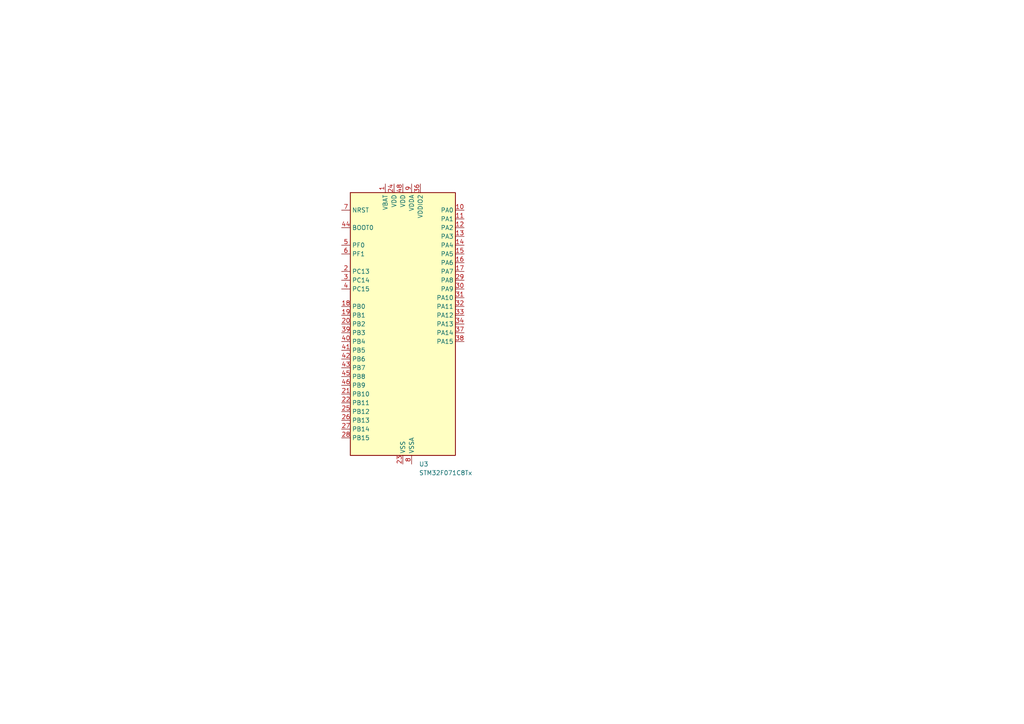
<source format=kicad_sch>
(kicad_sch (version 20250114) (generator "eeschema") (generator_version "9.0")
  (paper "A4")
  (lib_symbols
    (symbol "MCU_ST_STM32F0:STM32F071C8Tx"
      (property "Reference" "U" (at -15.24 39.37 0))
      (property "Value" "STM32F071C8Tx" (at 7.62 39.37 0))
      (symbol "STM32F071C8Tx_0_1"
        (rectangle (start -15.24 -38.1) (end 15.24 38.1) (stroke (width 0.254)) (fill (type background)))
      )
      (symbol "STM32F071C8Tx_1_1"
        (pin input line (at -17.78 33.02 0) (length 2.54) (name "NRST") (number "7"))
        (pin input line (at -17.78 27.94 0) (length 2.54) (name "BOOT0") (number "44"))
        (pin bidirectional line (at -17.78 22.86 0) (length 2.54) (name "PF0") (number "5"))
        (pin bidirectional line (at -17.78 20.32 0) (length 2.54) (name "PF1") (number "6"))
        (pin bidirectional line (at -17.78 15.24 0) (length 2.54) (name "PC13") (number "2"))
        (pin bidirectional line (at -17.78 12.7 0) (length 2.54) (name "PC14") (number "3"))
        (pin bidirectional line (at -17.78 10.16 0) (length 2.54) (name "PC15") (number "4"))
        (pin bidirectional line (at -17.78 5.08 0) (length 2.54) (name "PB0") (number "18"))
        (pin bidirectional line (at -17.78 2.54 0) (length 2.54) (name "PB1") (number "19"))
        (pin bidirectional line (at -17.78 0 0) (length 2.54) (name "PB2") (number "20"))
        (pin bidirectional line (at -17.78 -2.54 0) (length 2.54) (name "PB3") (number "39"))
        (pin bidirectional line (at -17.78 -5.08 0) (length 2.54) (name "PB4") (number "40"))
        (pin bidirectional line (at -17.78 -7.62 0) (length 2.54) (name "PB5") (number "41"))
        (pin bidirectional line (at -17.78 -10.16 0) (length 2.54) (name "PB6") (number "42"))
        (pin bidirectional line (at -17.78 -12.7 0) (length 2.54) (name "PB7") (number "43"))
        (pin bidirectional line (at -17.78 -15.24 0) (length 2.54) (name "PB8") (number "45"))
        (pin bidirectional line (at -17.78 -17.78 0) (length 2.54) (name "PB9") (number "46"))
        (pin bidirectional line (at -17.78 -20.32 0) (length 2.54) (name "PB10") (number "21"))
        (pin bidirectional line (at -17.78 -22.86 0) (length 2.54) (name "PB11") (number "22"))
        (pin bidirectional line (at -17.78 -25.4 0) (length 2.54) (name "PB12") (number "25"))
        (pin bidirectional line (at -17.78 -27.94 0) (length 2.54) (name "PB13") (number "26"))
        (pin bidirectional line (at -17.78 -30.48 0) (length 2.54) (name "PB14") (number "27"))
        (pin bidirectional line (at -17.78 -33.02 0) (length 2.54) (name "PB15") (number "28"))
        (pin power_in line (at -5.08 40.64 270) (length 2.54) (name "VBAT") (number "1"))
        (pin power_in line (at -2.54 40.64 270) (length 2.54) (name "VDD") (number "24"))
        (pin power_in line (at 0 40.64 270) (length 2.54) (name "VDD") (number "48"))
        (pin power_in line (at 0 -40.64 90) (length 2.54) (name "VSS") (number "23"))
        (pin passive line (at 0 -40.64 90) (length 2.54) (hide yes) (name "VSS") (number "35"))
        (pin passive line (at 0 -40.64 90) (length 2.54) (hide yes) (name "VSS") (number "47"))
        (pin power_in line (at 2.54 40.64 270) (length 2.54) (name "VDDA") (number "9"))
        (pin power_in line (at 2.54 -40.64 90) (length 2.54) (name "VSSA") (number "8"))
        (pin power_in line (at 5.08 40.64 270) (length 2.54) (name "VDDIO2") (number "36"))
        (pin bidirectional line (at 17.78 33.02 180) (length 2.54) (name "PA0") (number "10"))
        (pin bidirectional line (at 17.78 30.48 180) (length 2.54) (name "PA1") (number "11"))
        (pin bidirectional line (at 17.78 27.94 180) (length 2.54) (name "PA2") (number "12"))
        (pin bidirectional line (at 17.78 25.4 180) (length 2.54) (name "PA3") (number "13"))
        (pin bidirectional line (at 17.78 22.86 180) (length 2.54) (name "PA4") (number "14"))
        (pin bidirectional line (at 17.78 20.32 180) (length 2.54) (name "PA5") (number "15"))
        (pin bidirectional line (at 17.78 17.78 180) (length 2.54) (name "PA6") (number "16"))
        (pin bidirectional line (at 17.78 15.24 180) (length 2.54) (name "PA7") (number "17"))
        (pin bidirectional line (at 17.78 12.7 180) (length 2.54) (name "PA8") (number "29"))
        (pin bidirectional line (at 17.78 10.16 180) (length 2.54) (name "PA9") (number "30"))
        (pin bidirectional line (at 17.78 7.62 180) (length 2.54) (name "PA10") (number "31"))
        (pin bidirectional line (at 17.78 5.08 180) (length 2.54) (name "PA11") (number "32"))
        (pin bidirectional line (at 17.78 2.54 180) (length 2.54) (name "PA12") (number "33"))
        (pin bidirectional line (at 17.78 0 180) (length 2.54) (name "PA13") (number "34"))
        (pin bidirectional line (at 17.78 -2.54 180) (length 2.54) (name "PA14") (number "37"))
        (pin bidirectional line (at 17.78 -5.08 180) (length 2.54) (name "PA15") (number "38"))
      )
    )
  )
  (symbol (lib_id "MCU_ST_STM32F0:STM32F071C8Tx") (at 116.84 93.98 0) (unit 1)
    (property "Reference" "U3" (at 121.5233 134.62 0) (effects (justify left)))
    (property "Value" "STM32F071C8Tx" (at 121.5233 137.16 0) (effects (justify left)))
    (property "Footprint" "Package_QFP:LQFP-48_7x7mm_P0.5mm" (effects (hide yes)))
    (property "Datasheet" "https://www.st.com/resource/en/datasheet/stm32f071c8.pdf" (effects (hide yes)))
    (property "Description" "STMicroelectronics Arm Cortex-M0 MCU, 64KB flash, 16KB RAM, 48 MHz, 2.0-3.6V, 37 GPIO, LQFP48" (effects (hide yes)))
  )
)
</source>
